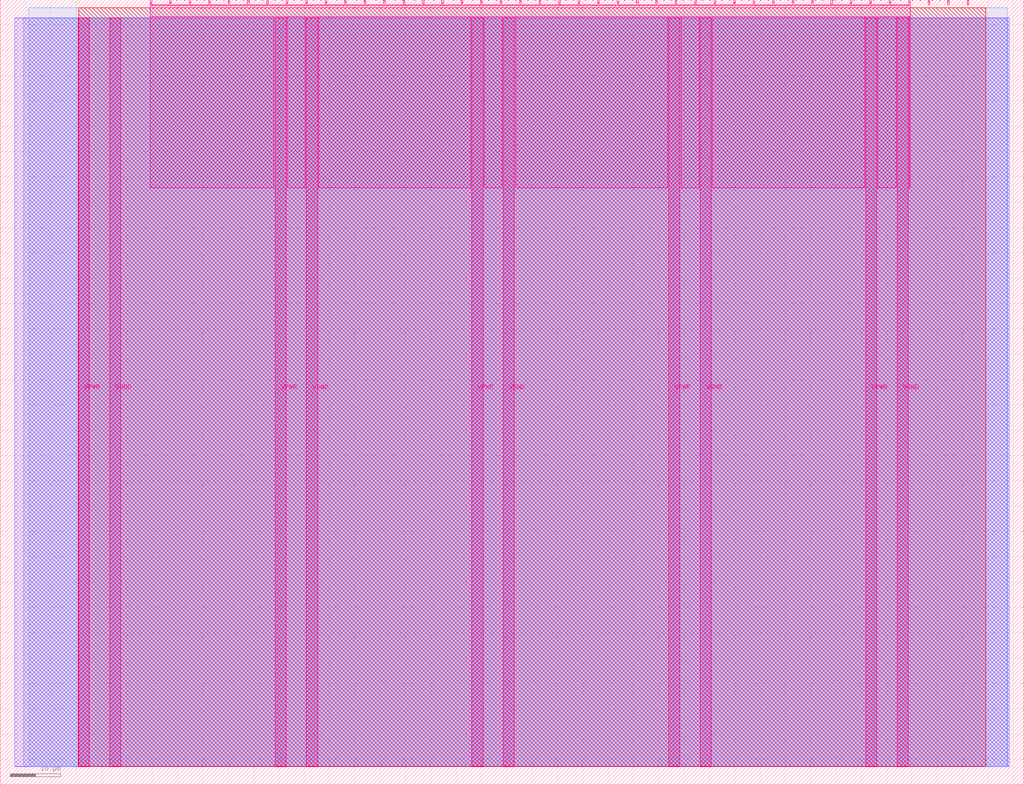
<source format=lef>
VERSION 5.7 ;
  NOWIREEXTENSIONATPIN ON ;
  DIVIDERCHAR "/" ;
  BUSBITCHARS "[]" ;
MACRO tt_um_wokwi_group_3
  CLASS BLOCK ;
  FOREIGN tt_um_wokwi_group_3 ;
  ORIGIN 0.000 0.000 ;
  SIZE 202.080 BY 154.980 ;
  PIN VGND
    DIRECTION INOUT ;
    USE GROUND ;
    PORT
      LAYER Metal5 ;
        RECT 21.580 3.560 23.780 151.420 ;
    END
    PORT
      LAYER Metal5 ;
        RECT 60.450 3.560 62.650 151.420 ;
    END
    PORT
      LAYER Metal5 ;
        RECT 99.320 3.560 101.520 151.420 ;
    END
    PORT
      LAYER Metal5 ;
        RECT 138.190 3.560 140.390 151.420 ;
    END
    PORT
      LAYER Metal5 ;
        RECT 177.060 3.560 179.260 151.420 ;
    END
  END VGND
  PIN VPWR
    DIRECTION INOUT ;
    USE POWER ;
    PORT
      LAYER Metal5 ;
        RECT 15.380 3.560 17.580 151.420 ;
    END
    PORT
      LAYER Metal5 ;
        RECT 54.250 3.560 56.450 151.420 ;
    END
    PORT
      LAYER Metal5 ;
        RECT 93.120 3.560 95.320 151.420 ;
    END
    PORT
      LAYER Metal5 ;
        RECT 131.990 3.560 134.190 151.420 ;
    END
    PORT
      LAYER Metal5 ;
        RECT 170.860 3.560 173.060 151.420 ;
    END
  END VPWR
  PIN clk
    DIRECTION INPUT ;
    USE SIGNAL ;
    PORT
      LAYER Metal5 ;
        RECT 187.050 153.980 187.350 154.980 ;
    END
  END clk
  PIN ena
    DIRECTION INPUT ;
    USE SIGNAL ;
    PORT
      LAYER Metal5 ;
        RECT 190.890 153.980 191.190 154.980 ;
    END
  END ena
  PIN rst_n
    DIRECTION INPUT ;
    USE SIGNAL ;
    PORT
      LAYER Metal5 ;
        RECT 183.210 153.980 183.510 154.980 ;
    END
  END rst_n
  PIN ui_in[0]
    DIRECTION INPUT ;
    USE SIGNAL ;
    ANTENNAGATEAREA 0.180700 ;
    PORT
      LAYER Metal5 ;
        RECT 179.370 153.980 179.670 154.980 ;
    END
  END ui_in[0]
  PIN ui_in[1]
    DIRECTION INPUT ;
    USE SIGNAL ;
    ANTENNAGATEAREA 0.213200 ;
    PORT
      LAYER Metal5 ;
        RECT 175.530 153.980 175.830 154.980 ;
    END
  END ui_in[1]
  PIN ui_in[2]
    DIRECTION INPUT ;
    USE SIGNAL ;
    ANTENNAGATEAREA 0.180700 ;
    PORT
      LAYER Metal5 ;
        RECT 171.690 153.980 171.990 154.980 ;
    END
  END ui_in[2]
  PIN ui_in[3]
    DIRECTION INPUT ;
    USE SIGNAL ;
    ANTENNAGATEAREA 0.180700 ;
    PORT
      LAYER Metal5 ;
        RECT 167.850 153.980 168.150 154.980 ;
    END
  END ui_in[3]
  PIN ui_in[4]
    DIRECTION INPUT ;
    USE SIGNAL ;
    ANTENNAGATEAREA 0.314600 ;
    PORT
      LAYER Metal5 ;
        RECT 164.010 153.980 164.310 154.980 ;
    END
  END ui_in[4]
  PIN ui_in[5]
    DIRECTION INPUT ;
    USE SIGNAL ;
    ANTENNAGATEAREA 0.180700 ;
    PORT
      LAYER Metal5 ;
        RECT 160.170 153.980 160.470 154.980 ;
    END
  END ui_in[5]
  PIN ui_in[6]
    DIRECTION INPUT ;
    USE SIGNAL ;
    ANTENNAGATEAREA 0.314600 ;
    PORT
      LAYER Metal5 ;
        RECT 156.330 153.980 156.630 154.980 ;
    END
  END ui_in[6]
  PIN ui_in[7]
    DIRECTION INPUT ;
    USE SIGNAL ;
    ANTENNAGATEAREA 0.213200 ;
    PORT
      LAYER Metal5 ;
        RECT 152.490 153.980 152.790 154.980 ;
    END
  END ui_in[7]
  PIN uio_in[0]
    DIRECTION INPUT ;
    USE SIGNAL ;
    ANTENNAGATEAREA 0.213200 ;
    PORT
      LAYER Metal5 ;
        RECT 148.650 153.980 148.950 154.980 ;
    END
  END uio_in[0]
  PIN uio_in[1]
    DIRECTION INPUT ;
    USE SIGNAL ;
    ANTENNAGATEAREA 0.213200 ;
    PORT
      LAYER Metal5 ;
        RECT 144.810 153.980 145.110 154.980 ;
    END
  END uio_in[1]
  PIN uio_in[2]
    DIRECTION INPUT ;
    USE SIGNAL ;
    ANTENNAGATEAREA 0.213200 ;
    PORT
      LAYER Metal5 ;
        RECT 140.970 153.980 141.270 154.980 ;
    END
  END uio_in[2]
  PIN uio_in[3]
    DIRECTION INPUT ;
    USE SIGNAL ;
    ANTENNAGATEAREA 0.213200 ;
    PORT
      LAYER Metal5 ;
        RECT 137.130 153.980 137.430 154.980 ;
    END
  END uio_in[3]
  PIN uio_in[4]
    DIRECTION INPUT ;
    USE SIGNAL ;
    PORT
      LAYER Metal5 ;
        RECT 133.290 153.980 133.590 154.980 ;
    END
  END uio_in[4]
  PIN uio_in[5]
    DIRECTION INPUT ;
    USE SIGNAL ;
    PORT
      LAYER Metal5 ;
        RECT 129.450 153.980 129.750 154.980 ;
    END
  END uio_in[5]
  PIN uio_in[6]
    DIRECTION INPUT ;
    USE SIGNAL ;
    PORT
      LAYER Metal5 ;
        RECT 125.610 153.980 125.910 154.980 ;
    END
  END uio_in[6]
  PIN uio_in[7]
    DIRECTION INPUT ;
    USE SIGNAL ;
    PORT
      LAYER Metal5 ;
        RECT 121.770 153.980 122.070 154.980 ;
    END
  END uio_in[7]
  PIN uio_oe[0]
    DIRECTION OUTPUT ;
    USE SIGNAL ;
    ANTENNADIFFAREA 0.299200 ;
    PORT
      LAYER Metal5 ;
        RECT 56.490 153.980 56.790 154.980 ;
    END
  END uio_oe[0]
  PIN uio_oe[1]
    DIRECTION OUTPUT ;
    USE SIGNAL ;
    ANTENNADIFFAREA 0.299200 ;
    PORT
      LAYER Metal5 ;
        RECT 52.650 153.980 52.950 154.980 ;
    END
  END uio_oe[1]
  PIN uio_oe[2]
    DIRECTION OUTPUT ;
    USE SIGNAL ;
    ANTENNADIFFAREA 0.299200 ;
    PORT
      LAYER Metal5 ;
        RECT 48.810 153.980 49.110 154.980 ;
    END
  END uio_oe[2]
  PIN uio_oe[3]
    DIRECTION OUTPUT ;
    USE SIGNAL ;
    ANTENNADIFFAREA 0.299200 ;
    PORT
      LAYER Metal5 ;
        RECT 44.970 153.980 45.270 154.980 ;
    END
  END uio_oe[3]
  PIN uio_oe[4]
    DIRECTION OUTPUT ;
    USE SIGNAL ;
    ANTENNADIFFAREA 0.299200 ;
    PORT
      LAYER Metal5 ;
        RECT 41.130 153.980 41.430 154.980 ;
    END
  END uio_oe[4]
  PIN uio_oe[5]
    DIRECTION OUTPUT ;
    USE SIGNAL ;
    ANTENNADIFFAREA 0.299200 ;
    PORT
      LAYER Metal5 ;
        RECT 37.290 153.980 37.590 154.980 ;
    END
  END uio_oe[5]
  PIN uio_oe[6]
    DIRECTION OUTPUT ;
    USE SIGNAL ;
    ANTENNADIFFAREA 0.299200 ;
    PORT
      LAYER Metal5 ;
        RECT 33.450 153.980 33.750 154.980 ;
    END
  END uio_oe[6]
  PIN uio_oe[7]
    DIRECTION OUTPUT ;
    USE SIGNAL ;
    ANTENNADIFFAREA 0.299200 ;
    PORT
      LAYER Metal5 ;
        RECT 29.610 153.980 29.910 154.980 ;
    END
  END uio_oe[7]
  PIN uio_out[0]
    DIRECTION OUTPUT ;
    USE SIGNAL ;
    ANTENNADIFFAREA 0.299200 ;
    PORT
      LAYER Metal5 ;
        RECT 87.210 153.980 87.510 154.980 ;
    END
  END uio_out[0]
  PIN uio_out[1]
    DIRECTION OUTPUT ;
    USE SIGNAL ;
    ANTENNADIFFAREA 0.299200 ;
    PORT
      LAYER Metal5 ;
        RECT 83.370 153.980 83.670 154.980 ;
    END
  END uio_out[1]
  PIN uio_out[2]
    DIRECTION OUTPUT ;
    USE SIGNAL ;
    ANTENNADIFFAREA 0.299200 ;
    PORT
      LAYER Metal5 ;
        RECT 79.530 153.980 79.830 154.980 ;
    END
  END uio_out[2]
  PIN uio_out[3]
    DIRECTION OUTPUT ;
    USE SIGNAL ;
    ANTENNADIFFAREA 0.299200 ;
    PORT
      LAYER Metal5 ;
        RECT 75.690 153.980 75.990 154.980 ;
    END
  END uio_out[3]
  PIN uio_out[4]
    DIRECTION OUTPUT ;
    USE SIGNAL ;
    ANTENNADIFFAREA 0.299200 ;
    PORT
      LAYER Metal5 ;
        RECT 71.850 153.980 72.150 154.980 ;
    END
  END uio_out[4]
  PIN uio_out[5]
    DIRECTION OUTPUT ;
    USE SIGNAL ;
    ANTENNADIFFAREA 0.299200 ;
    PORT
      LAYER Metal5 ;
        RECT 68.010 153.980 68.310 154.980 ;
    END
  END uio_out[5]
  PIN uio_out[6]
    DIRECTION OUTPUT ;
    USE SIGNAL ;
    ANTENNADIFFAREA 0.299200 ;
    PORT
      LAYER Metal5 ;
        RECT 64.170 153.980 64.470 154.980 ;
    END
  END uio_out[6]
  PIN uio_out[7]
    DIRECTION OUTPUT ;
    USE SIGNAL ;
    ANTENNADIFFAREA 0.299200 ;
    PORT
      LAYER Metal5 ;
        RECT 60.330 153.980 60.630 154.980 ;
    END
  END uio_out[7]
  PIN uo_out[0]
    DIRECTION OUTPUT ;
    USE SIGNAL ;
    ANTENNADIFFAREA 0.988000 ;
    PORT
      LAYER Metal5 ;
        RECT 117.930 153.980 118.230 154.980 ;
    END
  END uo_out[0]
  PIN uo_out[1]
    DIRECTION OUTPUT ;
    USE SIGNAL ;
    ANTENNADIFFAREA 1.135700 ;
    PORT
      LAYER Metal5 ;
        RECT 114.090 153.980 114.390 154.980 ;
    END
  END uo_out[1]
  PIN uo_out[2]
    DIRECTION OUTPUT ;
    USE SIGNAL ;
    ANTENNADIFFAREA 0.972800 ;
    PORT
      LAYER Metal5 ;
        RECT 110.250 153.980 110.550 154.980 ;
    END
  END uo_out[2]
  PIN uo_out[3]
    DIRECTION OUTPUT ;
    USE SIGNAL ;
    ANTENNADIFFAREA 0.972800 ;
    PORT
      LAYER Metal5 ;
        RECT 106.410 153.980 106.710 154.980 ;
    END
  END uo_out[3]
  PIN uo_out[4]
    DIRECTION OUTPUT ;
    USE SIGNAL ;
    ANTENNADIFFAREA 1.135700 ;
    PORT
      LAYER Metal5 ;
        RECT 102.570 153.980 102.870 154.980 ;
    END
  END uo_out[4]
  PIN uo_out[5]
    DIRECTION OUTPUT ;
    USE SIGNAL ;
    ANTENNADIFFAREA 0.615900 ;
    PORT
      LAYER Metal5 ;
        RECT 98.730 153.980 99.030 154.980 ;
    END
  END uo_out[5]
  PIN uo_out[6]
    DIRECTION OUTPUT ;
    USE SIGNAL ;
    ANTENNADIFFAREA 1.102800 ;
    PORT
      LAYER Metal5 ;
        RECT 94.890 153.980 95.190 154.980 ;
    END
  END uo_out[6]
  PIN uo_out[7]
    DIRECTION OUTPUT ;
    USE SIGNAL ;
    ANTENNADIFFAREA 1.135700 ;
    PORT
      LAYER Metal5 ;
        RECT 91.050 153.980 91.350 154.980 ;
    END
  END uo_out[7]
  OBS
      LAYER GatPoly ;
        RECT 2.880 3.630 199.200 151.350 ;
      LAYER Metal1 ;
        RECT 2.880 3.560 199.200 151.420 ;
      LAYER Metal2 ;
        RECT 4.655 3.680 198.865 151.300 ;
      LAYER Metal3 ;
        RECT 5.660 3.635 198.820 153.445 ;
      LAYER Metal4 ;
        RECT 15.515 3.680 194.545 153.400 ;
      LAYER Metal5 ;
        RECT 30.120 153.770 33.240 153.980 ;
        RECT 33.960 153.770 37.080 153.980 ;
        RECT 37.800 153.770 40.920 153.980 ;
        RECT 41.640 153.770 44.760 153.980 ;
        RECT 45.480 153.770 48.600 153.980 ;
        RECT 49.320 153.770 52.440 153.980 ;
        RECT 53.160 153.770 56.280 153.980 ;
        RECT 57.000 153.770 60.120 153.980 ;
        RECT 60.840 153.770 63.960 153.980 ;
        RECT 64.680 153.770 67.800 153.980 ;
        RECT 68.520 153.770 71.640 153.980 ;
        RECT 72.360 153.770 75.480 153.980 ;
        RECT 76.200 153.770 79.320 153.980 ;
        RECT 80.040 153.770 83.160 153.980 ;
        RECT 83.880 153.770 87.000 153.980 ;
        RECT 87.720 153.770 90.840 153.980 ;
        RECT 91.560 153.770 94.680 153.980 ;
        RECT 95.400 153.770 98.520 153.980 ;
        RECT 99.240 153.770 102.360 153.980 ;
        RECT 103.080 153.770 106.200 153.980 ;
        RECT 106.920 153.770 110.040 153.980 ;
        RECT 110.760 153.770 113.880 153.980 ;
        RECT 114.600 153.770 117.720 153.980 ;
        RECT 118.440 153.770 121.560 153.980 ;
        RECT 122.280 153.770 125.400 153.980 ;
        RECT 126.120 153.770 129.240 153.980 ;
        RECT 129.960 153.770 133.080 153.980 ;
        RECT 133.800 153.770 136.920 153.980 ;
        RECT 137.640 153.770 140.760 153.980 ;
        RECT 141.480 153.770 144.600 153.980 ;
        RECT 145.320 153.770 148.440 153.980 ;
        RECT 149.160 153.770 152.280 153.980 ;
        RECT 153.000 153.770 156.120 153.980 ;
        RECT 156.840 153.770 159.960 153.980 ;
        RECT 160.680 153.770 163.800 153.980 ;
        RECT 164.520 153.770 167.640 153.980 ;
        RECT 168.360 153.770 171.480 153.980 ;
        RECT 172.200 153.770 175.320 153.980 ;
        RECT 176.040 153.770 179.160 153.980 ;
        RECT 29.660 151.630 179.620 153.770 ;
        RECT 29.660 117.875 54.040 151.630 ;
        RECT 56.660 117.875 60.240 151.630 ;
        RECT 62.860 117.875 92.910 151.630 ;
        RECT 95.530 117.875 99.110 151.630 ;
        RECT 101.730 117.875 131.780 151.630 ;
        RECT 134.400 117.875 137.980 151.630 ;
        RECT 140.600 117.875 170.650 151.630 ;
        RECT 173.270 117.875 176.850 151.630 ;
        RECT 179.470 117.875 179.620 151.630 ;
  END
END tt_um_wokwi_group_3
END LIBRARY


</source>
